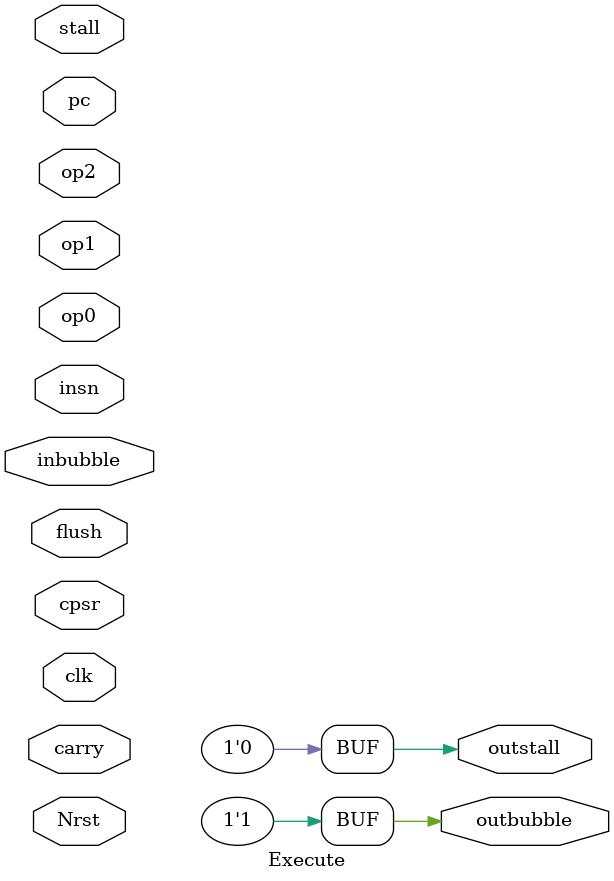
<source format=v>
module Execute(
	input clk,
	input Nrst,	/* XXX not used yet */
	
	input stall,
	input flush,
	
	input inbubble,
	input [31:0] pc,
	input [31:0] insn,
	input [31:0] cpsr,
	input [31:0] op0,
	input [31:0] op1,
	input [31:0] op2,
	input carry,
	
	output reg outstall = 0,
	output reg outbubble = 1
	);
	
endmodule

</source>
